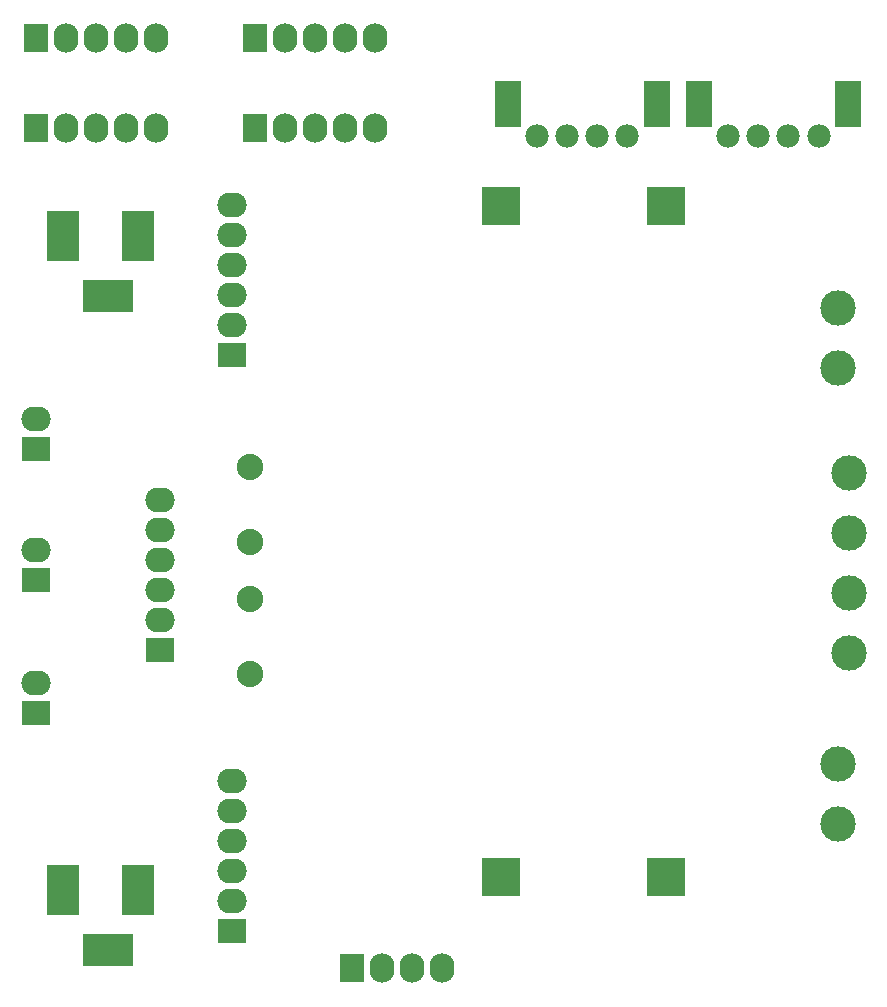
<source format=gts>
G04*
G04 #@! TF.GenerationSoftware,Altium Limited,Altium Designer,19.0.4 (130)*
G04*
G04 Layer_Color=8388736*
%FSTAX24Y24*%
%MOIN*%
G70*
G01*
G75*
%ADD13C,0.0880*%
%ADD14C,0.0780*%
%ADD15R,0.0880X0.1580*%
%ADD16R,0.1280X0.1280*%
%ADD17O,0.0830X0.0980*%
%ADD18R,0.0830X0.0980*%
%ADD19C,0.1180*%
%ADD20O,0.0980X0.0830*%
%ADD21R,0.0980X0.0830*%
%ADD22R,0.1080X0.1680*%
%ADD23R,0.1680X0.1080*%
D13*
X0355Y03405D02*
D03*
Y03155D02*
D03*
Y02715D02*
D03*
Y02965D02*
D03*
D14*
X04807Y04508D02*
D03*
X04706D02*
D03*
X04606D02*
D03*
X04506D02*
D03*
X05444D02*
D03*
X05343D02*
D03*
X05243D02*
D03*
X05143D02*
D03*
D15*
X04408Y04615D02*
D03*
X04905D02*
D03*
X05045D02*
D03*
X05542D02*
D03*
D16*
X04385Y02039D02*
D03*
X049362D02*
D03*
Y04275D02*
D03*
X04385D02*
D03*
D17*
X038661Y04535D02*
D03*
X037661D02*
D03*
X036661D02*
D03*
X039661D02*
D03*
X0399Y01735D02*
D03*
X0409D02*
D03*
X0419D02*
D03*
X03135Y04835D02*
D03*
X03035D02*
D03*
X02935D02*
D03*
X03235D02*
D03*
X03135Y04535D02*
D03*
X03035D02*
D03*
X02935D02*
D03*
X03235D02*
D03*
X038661Y04835D02*
D03*
X037661D02*
D03*
X036661D02*
D03*
X039661D02*
D03*
D18*
X035661Y04535D02*
D03*
X0389Y01735D02*
D03*
X02835Y04835D02*
D03*
Y04535D02*
D03*
X035661Y04835D02*
D03*
D19*
X055082Y03735D02*
D03*
Y03935D02*
D03*
X055446Y027846D02*
D03*
X055442Y03385D02*
D03*
X055445Y031847D02*
D03*
X055446Y029846D02*
D03*
X055082Y02215D02*
D03*
Y02415D02*
D03*
D20*
X0349Y023579D02*
D03*
Y021579D02*
D03*
Y020579D02*
D03*
Y019579D02*
D03*
Y022579D02*
D03*
Y0428D02*
D03*
Y0408D02*
D03*
Y0398D02*
D03*
Y0388D02*
D03*
Y0418D02*
D03*
X02835Y03565D02*
D03*
Y02685D02*
D03*
Y0313D02*
D03*
X0325Y03295D02*
D03*
Y03095D02*
D03*
Y02995D02*
D03*
Y02895D02*
D03*
Y03195D02*
D03*
D21*
X0349Y018579D02*
D03*
Y0378D02*
D03*
X02835Y03465D02*
D03*
Y02585D02*
D03*
Y0303D02*
D03*
X0325Y02795D02*
D03*
D22*
X03175Y01995D02*
D03*
X02925D02*
D03*
X03175Y04175D02*
D03*
X02925D02*
D03*
D23*
X03075Y01795D02*
D03*
Y03975D02*
D03*
M02*

</source>
